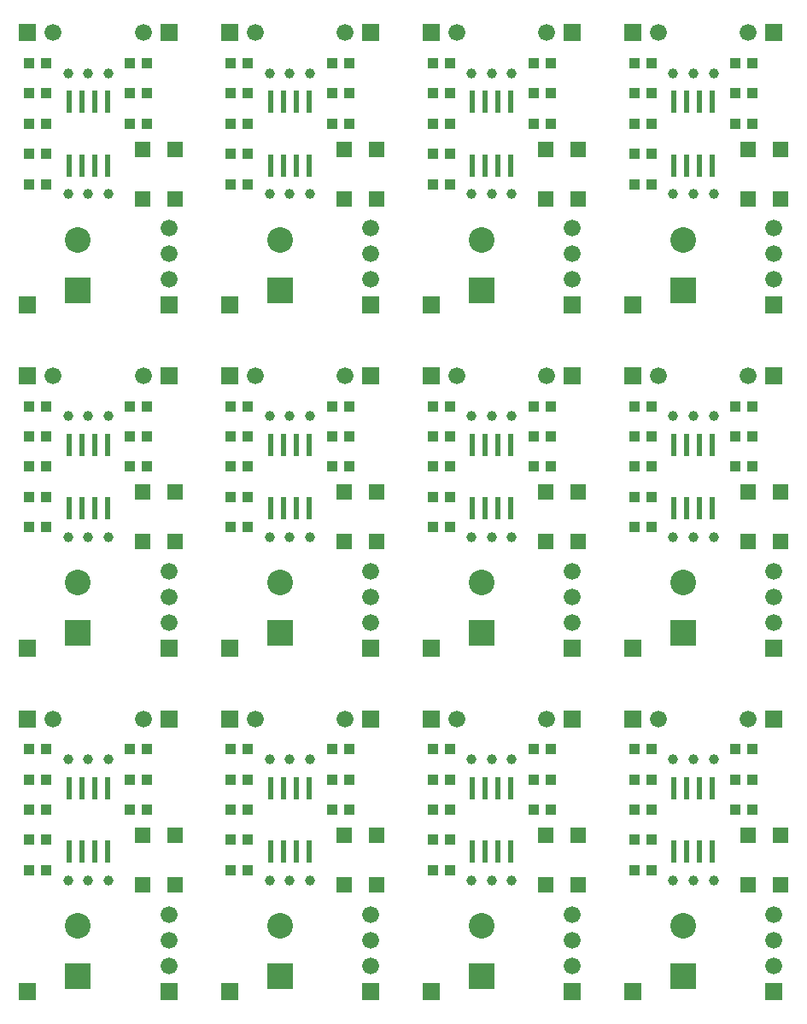
<source format=gbr>
G04 EAGLE Gerber X2 export*
%TF.Part,Single*%
%TF.FileFunction,Soldermask,Top,1*%
%TF.FilePolarity,Negative*%
%TF.GenerationSoftware,Autodesk,EAGLE,8.6.0*%
%TF.CreationDate,2018-02-09T15:01:17Z*%
G75*
%MOMM*%
%FSLAX34Y34*%
%LPD*%
%AMOC8*
5,1,8,0,0,1.08239X$1,22.5*%
G01*
%ADD10R,0.500000X2.200000*%
%ADD11R,1.500000X1.500000*%
%ADD12R,1.676400X1.676400*%
%ADD13C,1.676400*%
%ADD14R,1.100000X1.000000*%
%ADD15R,2.540000X2.540000*%
%ADD16C,2.540000*%
%ADD17R,1.000000X1.100000*%
%ADD18C,1.000000*%


D10*
X70950Y178460D03*
X83550Y178460D03*
X96250Y178460D03*
X108950Y178460D03*
X70950Y241540D03*
X83650Y241540D03*
X96350Y241540D03*
X109050Y241540D03*
D11*
X144000Y145500D03*
X144000Y194500D03*
X176000Y194500D03*
X176000Y145500D03*
D12*
X170000Y40000D03*
D13*
X170000Y65400D03*
X170000Y90800D03*
X170000Y116200D03*
D14*
X48500Y280000D03*
X31500Y280000D03*
D15*
X80000Y55000D03*
D16*
X80000Y105000D03*
D17*
X48500Y160000D03*
X31500Y160000D03*
X48500Y190000D03*
X31500Y190000D03*
X48500Y220000D03*
X31500Y220000D03*
D12*
X30000Y310000D03*
D13*
X55400Y310000D03*
D12*
X170000Y310000D03*
D13*
X144600Y310000D03*
D17*
X131500Y220000D03*
X148500Y220000D03*
D14*
X148500Y250000D03*
X131500Y250000D03*
D17*
X148500Y280000D03*
X131500Y280000D03*
X48500Y250000D03*
X31500Y250000D03*
D10*
X270950Y178460D03*
X283550Y178460D03*
X296250Y178460D03*
X308950Y178460D03*
X270950Y241540D03*
X283650Y241540D03*
X296350Y241540D03*
X309050Y241540D03*
D11*
X344000Y145500D03*
X344000Y194500D03*
X376000Y194500D03*
X376000Y145500D03*
D12*
X370000Y40000D03*
D13*
X370000Y65400D03*
X370000Y90800D03*
X370000Y116200D03*
D14*
X248500Y280000D03*
X231500Y280000D03*
D15*
X280000Y55000D03*
D16*
X280000Y105000D03*
D17*
X248500Y160000D03*
X231500Y160000D03*
X248500Y190000D03*
X231500Y190000D03*
X248500Y220000D03*
X231500Y220000D03*
D12*
X230000Y310000D03*
D13*
X255400Y310000D03*
D12*
X370000Y310000D03*
D13*
X344600Y310000D03*
D17*
X331500Y220000D03*
X348500Y220000D03*
D14*
X348500Y250000D03*
X331500Y250000D03*
D17*
X348500Y280000D03*
X331500Y280000D03*
X248500Y250000D03*
X231500Y250000D03*
D10*
X470950Y178460D03*
X483550Y178460D03*
X496250Y178460D03*
X508950Y178460D03*
X470950Y241540D03*
X483650Y241540D03*
X496350Y241540D03*
X509050Y241540D03*
D11*
X544000Y145500D03*
X544000Y194500D03*
X576000Y194500D03*
X576000Y145500D03*
D12*
X570000Y40000D03*
D13*
X570000Y65400D03*
X570000Y90800D03*
X570000Y116200D03*
D14*
X448500Y280000D03*
X431500Y280000D03*
D15*
X480000Y55000D03*
D16*
X480000Y105000D03*
D17*
X448500Y160000D03*
X431500Y160000D03*
X448500Y190000D03*
X431500Y190000D03*
X448500Y220000D03*
X431500Y220000D03*
D12*
X430000Y310000D03*
D13*
X455400Y310000D03*
D12*
X570000Y310000D03*
D13*
X544600Y310000D03*
D17*
X531500Y220000D03*
X548500Y220000D03*
D14*
X548500Y250000D03*
X531500Y250000D03*
D17*
X548500Y280000D03*
X531500Y280000D03*
X448500Y250000D03*
X431500Y250000D03*
D10*
X670950Y178460D03*
X683550Y178460D03*
X696250Y178460D03*
X708950Y178460D03*
X670950Y241540D03*
X683650Y241540D03*
X696350Y241540D03*
X709050Y241540D03*
D11*
X744000Y145500D03*
X744000Y194500D03*
X776000Y194500D03*
X776000Y145500D03*
D12*
X770000Y40000D03*
D13*
X770000Y65400D03*
X770000Y90800D03*
X770000Y116200D03*
D14*
X648500Y280000D03*
X631500Y280000D03*
D15*
X680000Y55000D03*
D16*
X680000Y105000D03*
D17*
X648500Y160000D03*
X631500Y160000D03*
X648500Y190000D03*
X631500Y190000D03*
X648500Y220000D03*
X631500Y220000D03*
D12*
X630000Y310000D03*
D13*
X655400Y310000D03*
D12*
X770000Y310000D03*
D13*
X744600Y310000D03*
D17*
X731500Y220000D03*
X748500Y220000D03*
D14*
X748500Y250000D03*
X731500Y250000D03*
D17*
X748500Y280000D03*
X731500Y280000D03*
X648500Y250000D03*
X631500Y250000D03*
D10*
X70950Y518460D03*
X83550Y518460D03*
X96250Y518460D03*
X108950Y518460D03*
X70950Y581540D03*
X83650Y581540D03*
X96350Y581540D03*
X109050Y581540D03*
D11*
X144000Y485500D03*
X144000Y534500D03*
X176000Y534500D03*
X176000Y485500D03*
D12*
X170000Y380000D03*
D13*
X170000Y405400D03*
X170000Y430800D03*
X170000Y456200D03*
D14*
X48500Y620000D03*
X31500Y620000D03*
D15*
X80000Y395000D03*
D16*
X80000Y445000D03*
D17*
X48500Y500000D03*
X31500Y500000D03*
X48500Y530000D03*
X31500Y530000D03*
X48500Y560000D03*
X31500Y560000D03*
D12*
X30000Y650000D03*
D13*
X55400Y650000D03*
D12*
X170000Y650000D03*
D13*
X144600Y650000D03*
D17*
X131500Y560000D03*
X148500Y560000D03*
D14*
X148500Y590000D03*
X131500Y590000D03*
D17*
X148500Y620000D03*
X131500Y620000D03*
X48500Y590000D03*
X31500Y590000D03*
D10*
X270950Y518460D03*
X283550Y518460D03*
X296250Y518460D03*
X308950Y518460D03*
X270950Y581540D03*
X283650Y581540D03*
X296350Y581540D03*
X309050Y581540D03*
D11*
X344000Y485500D03*
X344000Y534500D03*
X376000Y534500D03*
X376000Y485500D03*
D12*
X370000Y380000D03*
D13*
X370000Y405400D03*
X370000Y430800D03*
X370000Y456200D03*
D14*
X248500Y620000D03*
X231500Y620000D03*
D15*
X280000Y395000D03*
D16*
X280000Y445000D03*
D17*
X248500Y500000D03*
X231500Y500000D03*
X248500Y530000D03*
X231500Y530000D03*
X248500Y560000D03*
X231500Y560000D03*
D12*
X230000Y650000D03*
D13*
X255400Y650000D03*
D12*
X370000Y650000D03*
D13*
X344600Y650000D03*
D17*
X331500Y560000D03*
X348500Y560000D03*
D14*
X348500Y590000D03*
X331500Y590000D03*
D17*
X348500Y620000D03*
X331500Y620000D03*
X248500Y590000D03*
X231500Y590000D03*
D10*
X470950Y518460D03*
X483550Y518460D03*
X496250Y518460D03*
X508950Y518460D03*
X470950Y581540D03*
X483650Y581540D03*
X496350Y581540D03*
X509050Y581540D03*
D11*
X544000Y485500D03*
X544000Y534500D03*
X576000Y534500D03*
X576000Y485500D03*
D12*
X570000Y380000D03*
D13*
X570000Y405400D03*
X570000Y430800D03*
X570000Y456200D03*
D14*
X448500Y620000D03*
X431500Y620000D03*
D15*
X480000Y395000D03*
D16*
X480000Y445000D03*
D17*
X448500Y500000D03*
X431500Y500000D03*
X448500Y530000D03*
X431500Y530000D03*
X448500Y560000D03*
X431500Y560000D03*
D12*
X430000Y650000D03*
D13*
X455400Y650000D03*
D12*
X570000Y650000D03*
D13*
X544600Y650000D03*
D17*
X531500Y560000D03*
X548500Y560000D03*
D14*
X548500Y590000D03*
X531500Y590000D03*
D17*
X548500Y620000D03*
X531500Y620000D03*
X448500Y590000D03*
X431500Y590000D03*
D10*
X670950Y518460D03*
X683550Y518460D03*
X696250Y518460D03*
X708950Y518460D03*
X670950Y581540D03*
X683650Y581540D03*
X696350Y581540D03*
X709050Y581540D03*
D11*
X744000Y485500D03*
X744000Y534500D03*
X776000Y534500D03*
X776000Y485500D03*
D12*
X770000Y380000D03*
D13*
X770000Y405400D03*
X770000Y430800D03*
X770000Y456200D03*
D14*
X648500Y620000D03*
X631500Y620000D03*
D15*
X680000Y395000D03*
D16*
X680000Y445000D03*
D17*
X648500Y500000D03*
X631500Y500000D03*
X648500Y530000D03*
X631500Y530000D03*
X648500Y560000D03*
X631500Y560000D03*
D12*
X630000Y650000D03*
D13*
X655400Y650000D03*
D12*
X770000Y650000D03*
D13*
X744600Y650000D03*
D17*
X731500Y560000D03*
X748500Y560000D03*
D14*
X748500Y590000D03*
X731500Y590000D03*
D17*
X748500Y620000D03*
X731500Y620000D03*
X648500Y590000D03*
X631500Y590000D03*
D10*
X70950Y858460D03*
X83550Y858460D03*
X96250Y858460D03*
X108950Y858460D03*
X70950Y921540D03*
X83650Y921540D03*
X96350Y921540D03*
X109050Y921540D03*
D11*
X144000Y825500D03*
X144000Y874500D03*
X176000Y874500D03*
X176000Y825500D03*
D12*
X170000Y720000D03*
D13*
X170000Y745400D03*
X170000Y770800D03*
X170000Y796200D03*
D14*
X48500Y960000D03*
X31500Y960000D03*
D15*
X80000Y735000D03*
D16*
X80000Y785000D03*
D17*
X48500Y840000D03*
X31500Y840000D03*
X48500Y870000D03*
X31500Y870000D03*
X48500Y900000D03*
X31500Y900000D03*
D12*
X30000Y990000D03*
D13*
X55400Y990000D03*
D12*
X170000Y990000D03*
D13*
X144600Y990000D03*
D17*
X131500Y900000D03*
X148500Y900000D03*
D14*
X148500Y930000D03*
X131500Y930000D03*
D17*
X148500Y960000D03*
X131500Y960000D03*
X48500Y930000D03*
X31500Y930000D03*
D10*
X270950Y858460D03*
X283550Y858460D03*
X296250Y858460D03*
X308950Y858460D03*
X270950Y921540D03*
X283650Y921540D03*
X296350Y921540D03*
X309050Y921540D03*
D11*
X344000Y825500D03*
X344000Y874500D03*
X376000Y874500D03*
X376000Y825500D03*
D12*
X370000Y720000D03*
D13*
X370000Y745400D03*
X370000Y770800D03*
X370000Y796200D03*
D14*
X248500Y960000D03*
X231500Y960000D03*
D15*
X280000Y735000D03*
D16*
X280000Y785000D03*
D17*
X248500Y840000D03*
X231500Y840000D03*
X248500Y870000D03*
X231500Y870000D03*
X248500Y900000D03*
X231500Y900000D03*
D12*
X230000Y990000D03*
D13*
X255400Y990000D03*
D12*
X370000Y990000D03*
D13*
X344600Y990000D03*
D17*
X331500Y900000D03*
X348500Y900000D03*
D14*
X348500Y930000D03*
X331500Y930000D03*
D17*
X348500Y960000D03*
X331500Y960000D03*
X248500Y930000D03*
X231500Y930000D03*
D10*
X470950Y858460D03*
X483550Y858460D03*
X496250Y858460D03*
X508950Y858460D03*
X470950Y921540D03*
X483650Y921540D03*
X496350Y921540D03*
X509050Y921540D03*
D11*
X544000Y825500D03*
X544000Y874500D03*
X576000Y874500D03*
X576000Y825500D03*
D12*
X570000Y720000D03*
D13*
X570000Y745400D03*
X570000Y770800D03*
X570000Y796200D03*
D14*
X448500Y960000D03*
X431500Y960000D03*
D15*
X480000Y735000D03*
D16*
X480000Y785000D03*
D17*
X448500Y840000D03*
X431500Y840000D03*
X448500Y870000D03*
X431500Y870000D03*
X448500Y900000D03*
X431500Y900000D03*
D12*
X430000Y990000D03*
D13*
X455400Y990000D03*
D12*
X570000Y990000D03*
D13*
X544600Y990000D03*
D17*
X531500Y900000D03*
X548500Y900000D03*
D14*
X548500Y930000D03*
X531500Y930000D03*
D17*
X548500Y960000D03*
X531500Y960000D03*
X448500Y930000D03*
X431500Y930000D03*
D10*
X670950Y858460D03*
X683550Y858460D03*
X696250Y858460D03*
X708950Y858460D03*
X670950Y921540D03*
X683650Y921540D03*
X696350Y921540D03*
X709050Y921540D03*
D11*
X744000Y825500D03*
X744000Y874500D03*
X776000Y874500D03*
X776000Y825500D03*
D12*
X770000Y720000D03*
D13*
X770000Y745400D03*
X770000Y770800D03*
X770000Y796200D03*
D14*
X648500Y960000D03*
X631500Y960000D03*
D15*
X680000Y735000D03*
D16*
X680000Y785000D03*
D17*
X648500Y840000D03*
X631500Y840000D03*
X648500Y870000D03*
X631500Y870000D03*
X648500Y900000D03*
X631500Y900000D03*
D12*
X630000Y990000D03*
D13*
X655400Y990000D03*
D12*
X770000Y990000D03*
D13*
X744600Y990000D03*
D17*
X731500Y900000D03*
X748500Y900000D03*
D14*
X748500Y930000D03*
X731500Y930000D03*
D17*
X748500Y960000D03*
X731500Y960000D03*
X648500Y930000D03*
X631500Y930000D03*
D12*
X30000Y40000D03*
D18*
X70000Y150000D03*
X110000Y150000D03*
X90000Y150000D03*
X70000Y270000D03*
X90000Y270000D03*
X110000Y270000D03*
D12*
X230000Y40000D03*
D18*
X270000Y150000D03*
X310000Y150000D03*
X290000Y150000D03*
X270000Y270000D03*
X290000Y270000D03*
X310000Y270000D03*
D12*
X430000Y40000D03*
D18*
X470000Y150000D03*
X510000Y150000D03*
X490000Y150000D03*
X470000Y270000D03*
X490000Y270000D03*
X510000Y270000D03*
D12*
X630000Y40000D03*
D18*
X670000Y150000D03*
X710000Y150000D03*
X690000Y150000D03*
X670000Y270000D03*
X690000Y270000D03*
X710000Y270000D03*
D12*
X30000Y380000D03*
D18*
X70000Y490000D03*
X110000Y490000D03*
X90000Y490000D03*
X70000Y610000D03*
X90000Y610000D03*
X110000Y610000D03*
D12*
X230000Y380000D03*
D18*
X270000Y490000D03*
X310000Y490000D03*
X290000Y490000D03*
X270000Y610000D03*
X290000Y610000D03*
X310000Y610000D03*
D12*
X430000Y380000D03*
D18*
X470000Y490000D03*
X510000Y490000D03*
X490000Y490000D03*
X470000Y610000D03*
X490000Y610000D03*
X510000Y610000D03*
D12*
X630000Y380000D03*
D18*
X670000Y490000D03*
X710000Y490000D03*
X690000Y490000D03*
X670000Y610000D03*
X690000Y610000D03*
X710000Y610000D03*
D12*
X30000Y720000D03*
D18*
X70000Y830000D03*
X110000Y830000D03*
X90000Y830000D03*
X70000Y950000D03*
X90000Y950000D03*
X110000Y950000D03*
D12*
X230000Y720000D03*
D18*
X270000Y830000D03*
X310000Y830000D03*
X290000Y830000D03*
X270000Y950000D03*
X290000Y950000D03*
X310000Y950000D03*
D12*
X430000Y720000D03*
D18*
X470000Y830000D03*
X510000Y830000D03*
X490000Y830000D03*
X470000Y950000D03*
X490000Y950000D03*
X510000Y950000D03*
D12*
X630000Y720000D03*
D18*
X670000Y830000D03*
X710000Y830000D03*
X690000Y830000D03*
X670000Y950000D03*
X690000Y950000D03*
X710000Y950000D03*
M02*

</source>
